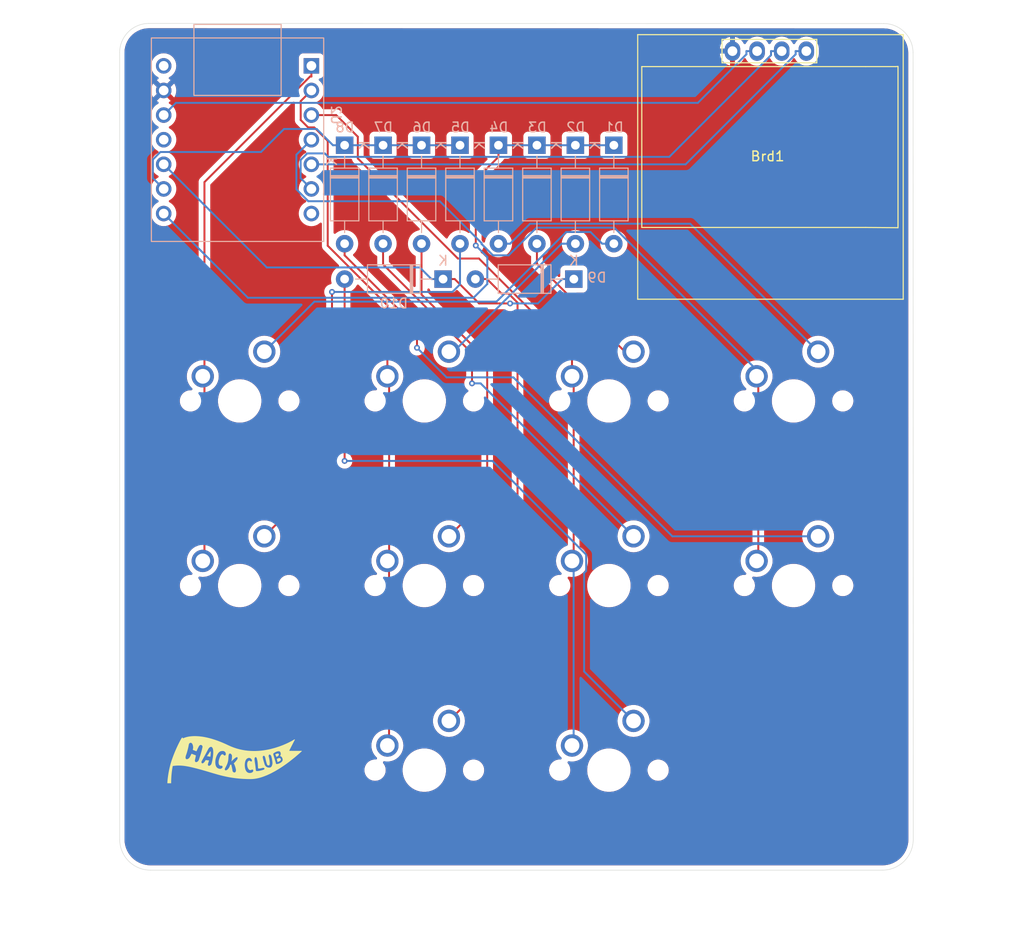
<source format=kicad_pcb>
(kicad_pcb (version 20240108) (generator "pcbnew") (generator_version "8.0")
  (layers (0 "F.Cu" signal) (31 "B.Cu" signal) (34 "B.Paste" user) (35 "F.Paste" user) (36 "B.SilkS" user "B.Silkscreen") (37 "F.SilkS" user "F.Silkscreen") (38 "B.Mask" user) (39 "F.Mask" user) (44 "Edge.Cuts" user))
  (net 0 "")
  (net 1 "ROW0")
  (net 2 "Net-(D1-A)")
  (net 3 "Net-(D2-A)")
  (net 4 "Net-(D3-A)")
  (net 5 "Net-(D4-A)")
  (net 6 "Net-(D5-A)")
  (net 7 "ROW1")
  (net 8 "Net-(D6-A)")
  (net 9 "Net-(D7-A)")
  (net 10 "Net-(D8-A)")
  (net 11 "Net-(D9-A)")
  (net 12 "ROW2")
  (net 13 "Net-(D10-A)")
  (net 14 "COL0")
  (net 15 "COL1")
  (net 16 "COL2")
  (net 17 "COL3")
  (net 18 "Net-(Brd1-SCL)")
  (net 19 "GND")
  (net 20 "Net-(Brd1-SDA)")
  (net 21 "SCR3V3")
  (net 24 "+5V")
  (footprint "MX_Solderable:MX-Solderable-1U" (layer "F.Cu") (at 155.9243 108.8072)
    (property "Reference" "SW7")
    (property "Value" "SW_Push_45deg")
  )
  (footprint "MX_Solderable:MX-Solderable-1U" (layer "F.Cu") (at 155.9243 89.7572)
    (property "Reference" "SW3")
    (property "Value" "SW_Push_45deg")
  )
  (footprint "SSD1306:128x64OLED" (layer "F.Cu") (at 172.293 64.262)
    (property "Reference" "Brd1")
    (property "Value" "SSD1306")
  )
  (footprint "MX_Solderable:MX-Solderable-1U" (layer "F.Cu") (at 136.8743 108.8072)
    (property "Reference" "SW6")
    (property "Value" "SW_Push_45deg")
  )
  (footprint "MX_Solderable:MX-Solderable-1U" (layer "F.Cu") (at 174.9743 89.7572)
    (property "Reference" "SW4")
    (property "Value" "SW_Push_45deg")
  )
  (footprint "MX_Solderable:MX-Solderable-1U" (layer "F.Cu") (at 117.8243 108.8072)
    (property "Reference" "SW5")
    (property "Value" "SW_Push_45deg")
  )
  (footprint "MX_Solderable:MX-Solderable-1U" (layer "F.Cu") (at 155.9243 127.8572)
    (property "Reference" "SW10")
    (property "Value" "SW_Push_45deg")
  )
  (footprint "MX_Solderable:MX-Solderable-1U" (layer "F.Cu") (at 136.8743 127.8572)
    (property "Reference" "SW9")
    (property "Value" "SW_Push_45deg")
  )
  (footprint "MX_Solderable:MX-Solderable-1U" (layer "F.Cu") (at 117.8243 89.7572)
    (property "Reference" "SW1")
    (property "Value" "SW_Push_45deg")
  )
  (footprint "MX_Solderable:MX-Solderable-1U" (layer "F.Cu") (at 136.8743 89.7572)
    (property "Reference" "SW2")
    (property "Value" "SW_Push_45deg")
  )
  (footprint "MX_Solderable:MX-Solderable-1U" (layer "F.Cu") (at 174.9743 108.8072)
    (property "Reference" "SW8")
    (property "Value" "SW_Push_45deg")
  )
  (footprint "Diode_THT:D_A-405_P10.16mm_Horizontal" (layer "B.Cu") (at 152.3047 77.1842 180)
    (property "Reference" "D9")
    (property "Value" "D" (hide yes))
  )
  (footprint "Diode_THT:D_A-405_P10.16mm_Horizontal" (layer "B.Cu") (at 136.5885 63.373 -90)
    (property "Reference" "D6")
    (property "Value" "D" (hide yes))
  )
  (footprint "Diode_THT:D_A-405_P10.16mm_Horizontal" (layer "B.Cu") (at 138.811 77.1842 180)
    (property "Reference" "D10")
    (property "Value" "D" (hide yes))
  )
  (footprint "Diode_THT:D_A-405_P10.16mm_Horizontal" (layer "B.Cu") (at 148.4947 63.373 -90)
    (property "Reference" "D3")
    (property "Value" "D" (hide yes))
  )
  (footprint "Diode_THT:D_A-405_P10.16mm_Horizontal" (layer "B.Cu") (at 144.526 63.373 -90)
    (property "Reference" "D4")
    (property "Value" "D" (hide yes))
  )
  (footprint "Diode_THT:D_A-405_P10.16mm_Horizontal" (layer "B.Cu") (at 156.4322 63.373 -90)
    (property "Reference" "D1")
    (property "Value" "D" (hide yes))
  )
  (footprint "Diode_THT:D_A-405_P10.16mm_Horizontal" (layer "B.Cu") (at 152.4635 63.373 -90)
    (property "Reference" "D2")
    (property "Value" "D" (hide yes))
  )
  (footprint "Diode_THT:D_A-405_P10.16mm_Horizontal" (layer "B.Cu") (at 132.6197 63.373 -90)
    (property "Reference" "D7")
    (property "Value" "D" (hide yes))
  )
  (footprint "XIAO_PCB:MOUDLE14P-2.54-21X17.8MM" (layer "B.Cu") (at 117.602 62.803 90)
    (property "Reference" "U2")
    (property "Value" "MOUDLE-SEEEDUINO-XIAO")
  )
  (footprint "Diode_THT:D_A-405_P10.16mm_Horizontal" (layer "B.Cu") (at 140.5572 63.373 -90)
    (property "Reference" "D5")
    (property "Value" "D" (hide yes))
  )
  (footprint "Diode_THT:D_A-405_P10.16mm_Horizontal" (layer "B.Cu") (at 128.651 63.373 -90)
    (property "Reference" "D8")
    (property "Value" "D" (hide yes))
  )
  (gr_poly (pts (xy 121.919431 126.6092) (xy 121.930843 126.609834) (xy 121.94208 126.611128) (xy 121.953111 126.613122) (xy 121.958538 126.614393) (xy 121.963902 126.615854) (xy 121.969198 126.617509) (xy 121.974422 126.619364) (xy 121.97957 126.621422) (xy 121.984638 126.623689) (xy 121.989623 126.62617) (xy 121.99452 126.628869) (xy 121.999324 126.631791) (xy 122.004033 126.634942) (xy 122.008642 126.638326) (xy 122.013147 126.641947) (xy 122.017544 126.645812) (xy 122.021828 126.649924) (xy 122.025997 126.654288) (xy 122.030046 126.658909) (xy 122.033971 126.663793) (xy 122.037768 126.668943) (xy 122.041432 126.674365) (xy 122.044961 126.680064) (xy 122.048349 126.686044) (xy 122.051594 126.69231) (xy 122.05469 126.698868) (xy 122.057634 126.705721) (xy 122.064515 126.725705) (xy 122.068601 126.744915) (xy 122.070063 126.763365) (xy 122.069069 126.781068) (xy 122.065789 126.798039) (xy 122.060392 126.814289) (xy 122.053046 126.829833) (xy 122.043922 126.844685) (xy 122.033189 126.858856) (xy 122.021016 126.872362) (xy 122.007571 126.885215) (xy 121.993025 126.897429) (xy 121.977547 126.909017) (xy 121.961305 126.919992) (xy 121.927209 126.94016) (xy 121.892092 126.958039) (xy 121.857307 126.973737) (xy 121.79415 126.999018) (xy 121.748571 127.016863) (xy 121.735757 127.023265) (xy 121.732437 127.025883) (xy 121.7314 127.02813) (xy 121.654144 126.705721) (xy 121.677158 126.691049) (xy 121.703242 126.675949) (xy 121.736659 126.658552) (xy 121.755558 126.649667) (xy 121.77562 126.641018) (xy 121.79662 126.632874) (xy 121.818335 126.625506) (xy 121.840542 126.619184) (xy 121.863017 126.614177) (xy 121.885536 126.610755) (xy 121.907876 126.609189)) (stroke (width -0.000001)) (fill solid) (layer "F.SilkS"))
  (gr_poly (pts (xy 113.350517 124.345762) (xy 113.652511 124.364834) (xy 113.984571 124.40559) (xy 114.162063 124.435104) (xy 114.347297 124.471244) (xy 114.540347 124.514413) (xy 114.741288 124.565011) (xy 114.950195 124.623441) (xy 115.167144 124.690105) (xy 115.392208 124.765405) (xy 115.625463 124.849741) (xy 115.866985 124.943517) (xy 116.116846 125.047134) (xy 116.375124 125.160993) (xy 116.641892 125.285498) (xy 116.93448 125.416422) (xy 117.226743 125.529167) (xy 117.518204 125.624585) (xy 117.808386 125.703527) (xy 118.096811 125.766844) (xy 118.383001 125.815388) (xy 118.666479 125.850009) (xy 118.946768 125.871559) (xy 119.22339 125.880889) (xy 119.495868 125.878851) (xy 119.763724 125.866295) (xy 120.02648 125.844073) (xy 120.28366 125.813036) (xy 120.534785 125.774035) (xy 120.779379 125.727922) (xy 121.016963 125.675547) (xy 121.469194 125.555419) (xy 121.887659 125.42046) (xy 122.268536 125.277482) (xy 122.608007 125.133292) (xy 122.902252 124.994702) (xy 123.14745 124.868521) (xy 123.475429 124.680625) (xy 123.477223 124.679657) (xy 123.479081 124.678923) (xy 123.480993 124.678412) (xy 123.48295 124.678115) (xy 123.484941 124.678024) (xy 123.486956 124.678128) (xy 123.488987 124.678418) (xy 123.491021 124.678884) (xy 123.493051 124.679518) (xy 123.495066 124.680309) (xy 123.497056 124.681248) (xy 123.499011 124.682327) (xy 123.500921 124.683534) (xy 123.502776 124.684861) (xy 123.504567 124.686298) (xy 123.506283 124.687837) (xy 123.507915 124.689467) (xy 123.509452 124.691178) (xy 123.510886 124.692962) (xy 123.512205 124.69481) (xy 123.5134 124.696711) (xy 123.514461 124.698656) (xy 123.515379 124.700635) (xy 123.516142 124.70264) (xy 123.516742 124.704661) (xy 123.517169 124.706688) (xy 123.517412 124.708712) (xy 123.517462 124.710723) (xy 123.517308 124.712712) (xy 123.516941 124.714669) (xy 123.516352 124.716586) (xy 123.515529 124.718452) (xy 122.94714 125.824844) (xy 122.946361 125.826488) (xy 122.945704 125.828146) (xy 122.945167 125.829815) (xy 122.944746 125.831491) (xy 122.944439 125.833168) (xy 122.944245 125.834843) (xy 122.944159 125.836511) (xy 122.94418 125.838168) (xy 122.944305 125.83981) (xy 122.944532 125.841432) (xy 122.944858 125.84303) (xy 122.94528 125.844599) (xy 122.945796 125.846136) (xy 122.946403 125.847635) (xy 122.947099 125.849093) (xy 122.947881 125.850504) (xy 122.948747 125.851866) (xy 122.949694 125.853172) (xy 122.950719 125.85442) (xy 122.95182 125.855605) (xy 122.952995 125.856721) (xy 122.954241 125.857766) (xy 122.955555 125.858734) (xy 122.956935 125.859622) (xy 122.958377 125.860424) (xy 122.959881 125.861137) (xy 122.961443 125.861756) (xy 122.96306 125.862277) (xy 122.96473 125.862695) (xy 122.96645 125.863007) (xy 122.968219 125.863207) (xy 122.970032 125.863292) (xy 123.429241 125.86709) (xy 123.793941 125.867075) (xy 124.210473 125.863602) (xy 124.212687 125.863652) (xy 124.214837 125.863856) (xy 124.216918 125.864207) (xy 124.218928 125.8647) (xy 124.220862 125.865325) (xy 124.222717 125.866077) (xy 124.224488 125.866948) (xy 124.226172 125.867931) (xy 124.227766 125.86902) (xy 124.229265 125.870207) (xy 124.230665 125.871485) (xy 124.231963 125.872847) (xy 124.233155 125.874287) (xy 124.234238 125.875797) (xy 124.235207 125.87737) (xy 124.236058 125.878998) (xy 124.236789 125.880676) (xy 124.237394 125.882396) (xy 124.237871 125.884152) (xy 124.238215 125.885935) (xy 124.238423 125.887739) (xy 124.23849 125.889557) (xy 124.238414 125.891382) (xy 124.23819 125.893206) (xy 124.237815 125.895024) (xy 124.237284 125.896828) (xy 124.236595 125.89861) (xy 124.235742 125.900364) (xy 124.234723 125.902083) (xy 124.233533 125.90376) (xy 124.232169 125.905387) (xy 124.230627 125.906958) (xy 123.980903 126.135449) (xy 123.54544 126.510245) (xy 122.958644 126.976863) (xy 122.61925 127.227578) (xy 122.254925 127.480817) (xy 121.869971 127.72977) (xy 121.468689 127.967625) (xy 121.05538 128.187572) (xy 120.634344 128.382801) (xy 120.209884 128.546501) (xy 119.997713 128.6144) (xy 119.786299 128.671862) (xy 119.576179 128.718037) (xy 119.367891 128.752073) (xy 119.161972 128.773118) (xy 118.95896 128.780323) (xy 118.536645 128.774145) (xy 118.137337 128.756269) (xy 117.75915 128.72768) (xy 117.400194 128.689365) (xy 117.05858 128.64231) (xy 116.732422 128.5875) (xy 116.41983 128.525922) (xy 116.118916 128.458562) (xy 115.827792 128.386405) (xy 115.544569 128.310438) (xy 114.994275 128.151018) (xy 114.452927 127.988189) (xy 113.905419 127.829839) (xy 113.700614 127.77458) (xy 116.286717 127.77458) (xy 116.287998 127.790558) (xy 116.290966 127.805433) (xy 116.29556 127.819125) (xy 116.301719 127.831556) (xy 116.30938 127.842644) (xy 116.318482 127.852312) (xy 116.328962 127.860478) (xy 116.34076 127.867063) (xy 116.353814 127.871987) (xy 116.368061 127.875171) (xy 116.38344 127.876534) (xy 116.39989 127.875997) (xy 116.417348 127.873481) (xy 116.435752 127.868905) (xy 116.455042 127.86219) (xy 116.475156 127.853256) (xy 116.49603 127.842023) (xy 116.517605 127.828411) (xy 116.539818 127.812341) (xy 116.562607 127.793734) (xy 116.58591 127.772508) (xy 116.609667 127.748585) (xy 116.633814 127.721884) (xy 116.658291 127.692327) (xy 116.683036 127.659833) (xy 116.707986 127.624322) (xy 116.720174 127.605805) (xy 116.732402 127.584532) (xy 116.744556 127.561048) (xy 116.756522 127.535898) (xy 116.768186 127.509627) (xy 116.779434 127.48278) (xy 116.800226 127.42954) (xy 116.817985 127.380539) (xy 116.8318 127.340138) (xy 116.843947 127.302584) (xy 116.960116 127.28951) (xy 117.01378 127.536754) (xy 117.055602 127.747096) (xy 117.072894 127.845156) (xy 117.084966 127.927507) (xy 117.088174 127.944573) (xy 117.093037 127.961102) (xy 117.099442 127.977022) (xy 117.107274 127.992263) (xy 117.116419 128.006753) (xy 117.126762 128.020421) (xy 117.13819 128.033197) (xy 117.150587 128.045009) (xy 117.16384 128.055787) (xy 117.177834 128.065459) (xy 117.192455 128.073954) (xy 117.207588 128.081202) (xy 117.223119 128.087131) (xy 117.238934 128.091671) (xy 117.254919 128.09475) (xy 117.270959 128.096297) (xy 117.286939 128.096242) (xy 117.302746 128.094512) (xy 117.318265 128.091039) (xy 117.333382 128.085749) (xy 117.347983 128.078573) (xy 117.361952 128.069439) (xy 117.375176 128.058276) (xy 117.387541 128.045013) (xy 117.398931 128.02958) (xy 117.409234 128.011904) (xy 117.418333 127.991916) (xy 117.426116 127.969544) (xy 117.432468 127.944718) (xy 117.437274 127.917365) (xy 117.44042 127.887416) (xy 117.441791 127.854798) (xy 117.435922 127.806162) (xy 117.427013 127.753408) (xy 117.414987 127.696515) (xy 117.399768 127.635465) (xy 117.381278 127.570238) (xy 117.359442 127.500815) (xy 117.33418 127.427175) (xy 117.305417 127.349299) (xy 117.297573 127.328034) (xy 118.350472 127.328034) (xy 118.35109 127.391312) (xy 118.353263 127.438914) (xy 118.356577 127.485208) (xy 118.361024 127.53017) (xy 118.366595 127.573775) (xy 118.373282 127.615997) (xy 118.381077 127.656813) (xy 118.389971 127.696196) (xy 118.399957 127.734123) (xy 118.411026 127.770568) (xy 118.423169 127.805507) (xy 118.436378 127.838915) (xy 118.450646 127.870767) (xy 118.465963 127.901038) (xy 118.482322 127.929704) (xy 118.499714 127.956738) (xy 118.51813 127.982118) (xy 118.537564 128.005817) (xy 118.558005 128.027811) (xy 118.579447 128.048075) (xy 118.601881 128.066585) (xy 118.625298 128.083315) (xy 118.64969 128.098241) (xy 118.675049 128.111337) (xy 118.701366 128.122579) (xy 118.728634 128.131943) (xy 118.756844 128.139402) (xy 118.785987 128.144934) (xy 118.816056 128.148511) (xy 118.847042 128.150111) (xy 118.878937 128.149707) (xy 118.911733 128.147275) (xy 118.945421 128.142791) (xy 118.978249 128.136686) (xy 119.008535 128.129471) (xy 119.036368 128.121229) (xy 119.061842 128.112045) (xy 119.085048 128.102002) (xy 119.106078 128.091183) (xy 119.125024 128.079673) (xy 119.141978 128.067556) (xy 119.157031 128.054916) (xy 119.170277 128.041835) (xy 119.181806 128.028399) (xy 119.19171 128.01469) (xy 119.200082 128.000793) (xy 119.207014 127.986792) (xy 119.212596 127.97277) (xy 119.216922 127.958811) (xy 119.220083 127.945) (xy 119.222171 127.931419) (xy 119.223278 127.918153) (xy 119.223496 127.905285) (xy 119.222916 127.8929) (xy 119.221632 127.881081) (xy 119.219733 127.869912) (xy 119.217314 127.859477) (xy 119.214464 127.84986) (xy 119.211277 127.841144) (xy 119.207845 127.833413) (xy 119.204258 127.826752) (xy 119.20061 127.821244) (xy 119.196991 127.816972) (xy 119.193495 127.814021) (xy 119.190212 127.812475) (xy 119.185378 127.810918) (xy 119.180776 127.808963) (xy 119.171319 127.804511) (xy 119.165986 127.802338) (xy 119.159934 127.800418) (xy 119.152923 127.798912) (xy 119.144715 127.797984) (xy 119.135072 127.797795) (xy 119.123756 127.798508) (xy 119.110529 127.800285) (xy 119.095152 127.803289) (xy 119.077387 127.807682) (xy 119.056995 127.813627) (xy 119.033739 127.821285) (xy 119.007381 127.83082) (xy 118.993488 127.835723) (xy 118.979809 127.839906) (xy 118.96634 127.843361) (xy 118.953076 127.84608) (xy 118.940015 127.848056) (xy 118.927154 127.849281) (xy 118.914489 127.849748) (xy 118.902016 127.849449) (xy 118.889732 127.848377) (xy 118.877633 127.846524) (xy 118.865717 127.843883) (xy 118.85398 127.840445) (xy 118.842419 127.836205) (xy 118.831029 127.831153) (xy 118.819808 127.825283) (xy 118.808752 127.818586) (xy 118.797858 127.811057) (xy 118.787122 127.802686) (xy 118.776541 127.793466) (xy 118.766112 127.78339) (xy 118.75583 127.772451) (xy 118.745694 127.76064) (xy 118.735699 127.74795) (xy 118.725841 127.734374) (xy 118.716119 127.719904) (xy 118.706527 127.704533) (xy 118.687722 127.671056) (xy 118.669401 127.633883) (xy 118.651536 127.592953) (xy 118.640241 127.562332) (xy 118.629784 127.528704) (xy 118.62034 127.492477) (xy 118.612079 127.454057) (xy 118.605174 127.413854) (xy 118.599798 127.372273) (xy 118.596122 127.329723) (xy 118.594319 127.286612) (xy 118.59456 127.243346) (xy 118.597019 127.200334) (xy 118.601867 127.157983) (xy 118.609276 127.116701) (xy 118.619418 127.076894) (xy 118.632467 127.038972) (xy 118.640135 127.020844) (xy 118.648593 127.00334) (xy 118.657865 126.986511) (xy 118.66797 126.970408) (xy 118.67111 126.965858) (xy 118.674237 126.961513) (xy 118.67735 126.957367) (xy 118.680445 126.953414) (xy 118.68352 126.949648) (xy 118.686573 126.946063) (xy 118.692603 126.939413) (xy 118.698514 126.933416) (xy 118.704288 126.928024) (xy 118.709904 126.923189) (xy 118.715343 126.918863) (xy 118.720586 126.914999) (xy 118.725612 126.91155) (xy 118.730403 126.908466) (xy 118.734938 126.905701) (xy 118.750136 126.896872) (xy 118.756429 126.893268) (xy 118.762722 126.890116) (xy 118.769003 126.887396) (xy 118.775261 126.885088) (xy 118.781486 126.883172) (xy 118.787668 126.881627) (xy 118.793794 126.880435) (xy 118.799856 126.879573) (xy 118.805841 126.879023) (xy 118.811739 126.878764) (xy 118.817539 126.878777) (xy 118.823232 126.87904) (xy 118.828805 126.879534) (xy 118.834248 126.880238) (xy 118.839551 126.881133) (xy 118.844702 126.882198) (xy 118.849691 126.883413) (xy 118.854507 126.884759) (xy 118.863579 126.887759) (xy 118.87183 126.891038) (xy 118.879175 126.894434) (xy 118.885528 126.897786) (xy 118.890803 126.900933) (xy 118.894914 126.903713) (xy 118.897775 126.905967) (xy 118.91496 126.917893) (xy 118.931267 126.928194) (xy 118.946706 126.936925) (xy 118.961284 126.944142) (xy 118.975011 126.949899) (xy 118.987896 126.954254) (xy 118.999946 126.957261) (xy 119.011171 126.958976) (xy 119.021579 126.959455) (xy 119.031178 126.958754) (xy 119.039978 126.956927) (xy 119.047988 126.954031) (xy 119.055215 126.950121) (xy 119.061668 126.945253) (xy 119.067356 126.939483) (xy 119.072288 126.932865) (xy 119.076472 126.925456) (xy 119.079918 126.917312) (xy 119.082632 126.908487) (xy 119.084625 126.899038) (xy 119.085905 126.889021) (xy 119.08648 126.87849) (xy 119.08636 126.867501) (xy 119.085552 126.856111) (xy 119.084066 126.844374) (xy 119.08191 126.832346) (xy 119.079092 126.820084) (xy 119.075622 126.807642) (xy 119.071508 126.795076) (xy 119.066758 126.782441) (xy 119.061382 126.769794) (xy 119.055388 126.757191) (xy 119.041238 126.737984) (xy 119.026769 126.719897) (xy 119.013821 126.70505) (xy 119.355835 126.70505) (xy 119.356881 126.743154) (xy 119.359245 126.783987) (xy 119.367343 126.872564) (xy 119.37895 126.968228) (xy 119.39289 127.068426) (xy 119.423061 127.272213) (xy 119.436937 127.370697) (xy 119.448439 127.463504) (xy 119.4757 127.720969) (xy 119.481044 127.766554) (xy 119.486956 127.810456) (xy 119.494016 127.85559) (xy 119.502803 127.904873) (xy 119.507216 127.916946) (xy 119.515367 127.927075) (xy 119.527004 127.935358) (xy 119.541876 127.941898) (xy 119.559733 127.946794) (xy 119.580324 127.950147) (xy 119.603397 127.952056) (xy 119.628702 127.952624) (xy 119.685001 127.950133) (xy 119.747215 127.943478) (xy 119.813334 127.933463) (xy 119.881351 127.92089) (xy 120.015046 127.891286) (xy 120.132234 127.861097) (xy 120.216852 127.836749) (xy 120.252834 127.824671) (xy 120.256705 127.822769) (xy 120.261905 127.820796) (xy 120.275609 127.816164) (xy 120.283774 127.81327) (xy 120.292586 127.809833) (xy 120.301876 127.805737) (xy 120.311474 127.800864) (xy 120.32121 127.795095) (xy 120.326076 127.791838) (xy 120.330913 127.788313) (xy 120.3357 127.784506) (xy 120.340414 127.780401) (xy 120.345035 127.775985) (xy 120.349542 127.771241) (xy 120.353913 127.766156) (xy 120.358127 127.760715) (xy 120.362163 127.754904) (xy 120.366 127.748706) (xy 120.369615 127.742109) (xy 120.372989 127.735096) (xy 120.376099 127.727654) (xy 120.378925 127.719768) (xy 120.381679 127.711955) (xy 120.38336 127.704423) (xy 120.384016 127.697176) (xy 120.383695 127.690217) (xy 120.382446 127.683549) (xy 120.380316 127.677176) (xy 120.377353 127.671101) (xy 120.373607 127.665328) (xy 120.369124 127.659859) (xy 120.363952 127.654699) (xy 120.358141 127.64985) (xy 120.351738 127.645317) (xy 120.344791 127.641102) (xy 120.337348 127.637209) (xy 120.321168 127.630402) (xy 120.303583 127.624922) (xy 120.284977 127.620798) (xy 120.265735 127.618056) (xy 120.246242 127.616723) (xy 120.226883 127.616827) (xy 120.208043 127.618394) (xy 120.190107 127.621451) (xy 120.173459 127.626026) (xy 120.131984 127.638363) (xy 120.074973 127.652729) (xy 120.008273 127.667211) (xy 119.973115 127.673899) (xy 119.937727 127.6799) (xy 119.90284 127.684974) (xy 119.869183 127.688884) (xy 119.837487 127.691389) (xy 119.808484 127.692252) (xy 119.782903 127.691233) (xy 119.771624 127.689944) (xy 119.761476 127.688094) (xy 119.752548 127.685655) (xy 119.744932 127.682596) (xy 119.73872 127.678887) (xy 119.734003 127.674499) (xy 119.726836 127.659406) (xy 119.72092 127.633817) (xy 119.716 127.598844) (xy 119.711822 127.555598) (xy 119.697422 127.322119) (xy 119.688038 127.184641) (xy 119.674479 127.045192) (xy 119.665496 126.977507) (xy 119.654703 126.912664) (xy 119.641847 126.851774) (xy 119.626671 126.795948) (xy 119.623471 126.777128) (xy 119.62011 126.759054) (xy 119.616593 126.741716) (xy 119.612926 126.725103) (xy 119.609116 126.709206) (xy 119.605169 126.694013) (xy 119.601091 126.679516) (xy 119.596889 126.665702) (xy 119.592569 126.652564) (xy 119.588138 126.640089) (xy 119.583601 126.628268) (xy 119.578964 126.617091) (xy 119.574236 126.606547) (xy 119.56942 126.596627) (xy 119.564525 126.587319) (xy 119.559556 126.578615) (xy 119.554519 126.570502) (xy 119.549421 126.562972) (xy 119.544268 126.556015) (xy 119.539067 126.549619) (xy 119.533823 126.543774) (xy 119.528543 126.538471) (xy 119.523234 126.533699) (xy 119.517901 126.529448) (xy 119.512551 126.525708) (xy 119.507191 126.522469) (xy 119.501826 126.519719) (xy 119.496463 126.51745) (xy 119.491108 126.51565) (xy 119.485767 126.51431) (xy 119.480448 126.513419) (xy 119.475155 126.512968) (xy 119.469198 126.512974) (xy 119.463293 126.513516) (xy 119.457449 126.514579) (xy 119.451675 126.516148) (xy 119.445981 126.518208) (xy 119.440376 126.520745) (xy 119.434868 126.523742) (xy 119.429468 126.527186) (xy 119.424184 126.531062) (xy 119.419025 126.535355) (xy 119.409121 126.54513) (xy 119.399828 126.556393) (xy 119.391221 126.569025) (xy 119.383372 126.582906) (xy 119.376355 126.597917) (xy 119.370244 126.61394) (xy 119.365111 126.630855) (xy 119.36103 126.648542) (xy 119.358075 126.666883) (xy 119.356319 126.685759) (xy 119.355835 126.70505) (xy 119.013821 126.70505) (xy 119.011986 126.702945) (xy 118.996891 126.687141) (xy 118.981489 126.672499) (xy 118.965784 126.659035) (xy 118.94978 126.646762) (xy 118.93348 126.635695) (xy 118.916889 126.625849) (xy 118.900011 126.617237) (xy 118.882849 126.609873) (xy 118.865407 126.603773) (xy 118.84769 126.59895) (xy 118.829701 126.59542) (xy 118.811444 126.593195) (xy 118.792924 126.592291) (xy 118.778339 126.592511) (xy 118.7636 126.593545) (xy 118.748707 126.5954) (xy 118.733663 126.598084) (xy 118.718469 126.601602) (xy 118.703127 126.605962) (xy 118.68764 126.611169) (xy 118.672008 126.617232) (xy 118.656234 126.624155) (xy 118.640319 126.631947) (xy 118.624266 126.640613) (xy 118.608076 126.650161) (xy 118.591751 126.660597) (xy 118.575292 126.671927) (xy 118.558702 126.684158) (xy 118.541983 126.697298) (xy 118.519566 126.721308) (xy 118.498272 126.747828) (xy 118.47816 126.776875) (xy 118.459289 126.808463) (xy 118.441718 126.842607) (xy 118.425505 126.879323) (xy 118.410711 126.918627) (xy 118.397394 126.960533) (xy 118.385612 127.005057) (xy 118.375425 127.052214) (xy 118.366891 127.102019) (xy 118.36007 127.154489) (xy 118.35502 127.209638) (xy 118.351801 127.267481) (xy 118.350472 127.328034) (xy 117.297573 127.328034) (xy 117.296295 127.324571) (xy 117.28586 127.298796) (xy 117.272367 127.268646) (xy 117.264676 127.253) (xy 117.256462 127.237545) (xy 117.247807 127.222707) (xy 117.23879 127.208916) (xy 117.229492 127.196599) (xy 117.224763 127.191127) (xy 117.219994 127.186184) (xy 117.215196 127.181824) (xy 117.210377 127.178099) (xy 117.205549 127.175064) (xy 117.200721 127.172773) (xy 117.258292 127.113864) (xy 117.318036 127.050511) (xy 117.387558 126.9737) (xy 117.458711 126.890286) (xy 117.492353 126.848245) (xy 117.523348 126.807124) (xy 117.550677 126.76778) (xy 117.573323 126.73107) (xy 117.590266 126.697851) (xy 117.596282 126.682818) (xy 117.60049 126.668979) (xy 117.606086 126.641916) (xy 117.609101 126.616344) (xy 117.609364 126.592698) (xy 117.60841 126.581735) (xy 117.606705 126.571417) (xy 117.604226 126.5618) (xy 117.600954 126.552938) (xy 117.596866 126.544885) (xy 117.591941 126.537697) (xy 117.586159 126.531427) (xy 117.579498 126.526132) (xy 117.571936 126.521864) (xy 117.563452 126.518679) (xy 117.554026 126.516632) (xy 117.543636 126.515777) (xy 117.53226 126.516168) (xy 117.519878 126.517861) (xy 117.506469 126.52091) (xy 117.49201 126.52537) (xy 117.476481 126.531295) (xy 117.459861 126.53874) (xy 117.442127 126.547759) (xy 117.42326 126.558408) (xy 117.403238 126.570741) (xy 117.38204 126.584812) (xy 117.359644 126.600676) (xy 117.336029 126.618388) (xy 117.311173 126.638002) (xy 117.285057 126.659574) (xy 117.259037 126.681668) (xy 117.234456 126.702819) (xy 117.211271 126.723043) (xy 117.189445 126.742356) (xy 117.168936 126.760773) (xy 117.149704 126.77831) (xy 117.131709 126.794984) (xy 117.114911 126.810809) (xy 117.09927 126.825803) (xy 117.084746 126.83998) (xy 117.071299 126.853357) (xy 117.058888 126.865949) (xy 117.047474 126.877772) (xy 117.037016 126.888843) (xy 117.027475 126.899176) (xy 117.018809 126.908789) (xy 117.003946 126.925913) (xy 116.992106 126.940343) (xy 116.982968 126.952205) (xy 116.976211 126.961626) (xy 116.971514 126.968733) (xy 116.968556 126.973652) (xy 116.966575 126.977436) (xy 116.977072 126.92642) (xy 116.987688 126.86928) (xy 116.999656 126.796945) (xy 117.011307 126.713832) (xy 117.02097 126.624363) (xy 117.024535 126.578626) (xy 117.026977 126.532956) (xy 117.027679 126.504436) (xy 120.202575 126.504436) (xy 120.20266 126.517154) (xy 120.203638 126.530228) (xy 120.210705 126.58311) (xy 120.220886 126.63839) (xy 120.23492 126.6999) (xy 120.253547 126.771468) (xy 120.30753 126.960103) (xy 120.388743 127.234939) (xy 120.402021 127.272679) (xy 120.41664 127.307748) (xy 120.432494 127.34024) (xy 120.449476 127.370251) (xy 120.467479 127.397874) (xy 120.486398 127.423204) (xy 120.506124 127.446337) (xy 120.526552 127.467366) (xy 120.547575 127.486386) (xy 120.569085 127.503493) (xy 120.590978 127.51878) (xy 120.613144 127.532342) (xy 120.635479 127.544274) (xy 120.657875 127.55467) (xy 120.680225 127.563626) (xy 120.702424 127.571235) (xy 120.724363 127.577593) (xy 120.745937 127.582793) (xy 120.787562 127.590102) (xy 120.826445 127.593919) (xy 120.861731 127.595) (xy 120.892568 127.594103) (xy 120.918102 127.591985) (xy 120.949846 127.587114) (xy 120.965958 127.582803) (xy 120.981271 127.577761) (xy 120.99581 127.572021) (xy 121.009601 127.565611) (xy 121.022669 127.558562) (xy 121.03504 127.550904) (xy 121.046739 127.542669) (xy 121.057792 127.533885) (xy 121.068224 127.524584) (xy 121.078061 127.514795) (xy 121.087328 127.504549) (xy 121.09605 127.493877) (xy 121.111963 127.471373) (xy 121.126003 127.447525) (xy 121.138375 127.422577) (xy 121.149281 127.396769) (xy 121.158926 127.370346) (xy 121.167514 127.343549) (xy 121.18233 127.289803) (xy 121.19536 127.237472) (xy 121.200795 127.20777) (xy 121.2039 127.172607) (xy 121.204835 127.132586) (xy 121.20376 127.088309) (xy 121.200834 127.040379) (xy 121.196218 126.989401) (xy 121.182552 126.880708) (xy 121.164041 126.767057) (xy 121.141963 126.653271) (xy 121.117594 126.544177) (xy 121.092215 126.4446) (xy 121.083288 126.421714) (xy 121.073733 126.400124) (xy 121.063614 126.379857) (xy 121.052994 126.360937) (xy 121.041937 126.343391) (xy 121.036263 126.335141) (xy 121.030504 126.327244) (xy 121.024667 126.319703) (xy 121.01876 126.312521) (xy 121.012791 126.305702) (xy 121.006768 126.299248) (xy 121.000699 126.293164) (xy 120.994591 126.287451) (xy 120.988453 126.282114) (xy 120.982292 126.277155) (xy 120.976117 126.272578) (xy 120.969935 126.268386) (xy 120.963755 126.264582) (xy 120.957583 126.261169) (xy 120.951429 126.25815) (xy 120.945299 126.255529) (xy 120.939202 126.253309) (xy 120.933146 126.251493) (xy 120.927139 126.250084) (xy 120.921188 126.249086) (xy 120.915301 126.248501) (xy 120.909487 126.248333) (xy 120.900605 126.248907) (xy 120.891947 126.25051) (xy 120.883543 126.253153) (xy 120.875423 126.256848) (xy 120.867616 126.261607) (xy 120.860151 126.267442) (xy 120.853059 126.274366) (xy 120.846369 126.282388) (xy 120.840111 126.291523) (xy 120.834315 126.301782) (xy 120.829009 126.313176) (xy 120.824225 126.325718) (xy 120.81999 126.33942) (xy 120.816336 126.354293) (xy 120.813292 126.370349) (xy 120.810888 126.387601) (xy 120.810975 126.400001) (xy 120.811825 126.412964) (xy 120.813378 126.426497) (xy 120.815577 126.440603) (xy 120.821684 126.470558) (xy 120.829685 126.502868) (xy 120.849523 126.574718) (xy 120.860437 126.614337) (xy 120.871401 126.656473) (xy 120.886786 126.749417) (xy 120.901401 126.845128) (xy 120.913833 126.940791) (xy 120.918789 126.987725) (xy 120.92267 127.033593) (xy 120.925299 127.078041) (xy 120.9265 127.120718) (xy 120.926096 127.161273) (xy 120.923911 127.199353) (xy 120.919768 127.234607) (xy 120.913491 127.266684) (xy 120.904904 127.29523) (xy 120.899688 127.30807) (xy 120.893828 127.319895) (xy 120.888407 127.327093) (xy 120.882641 127.333735) (xy 120.876552 127.339828) (xy 120.870164 127.345374) (xy 120.863499 127.35038) (xy 120.856579 127.354848) (xy 120.849428 127.358784) (xy 120.842067 127.362192) (xy 120.834521 127.365076) (xy 120.82681 127.36744) (xy 120.818958 127.36929) (xy 120.810988 127.37063) (xy 120.802922 127.371464) (xy 120.794783 127.371796) (xy 120.786594 127.371631) (xy 120.778376 127.370973) (xy 120.770154 127.369827) (xy 120.761949 127.368197) (xy 120.753784 127.366088) (xy 120.745681 127.363503) (xy 120.737664 127.360449) (xy 120.729756 127.356928) (xy 120.721978 127.352945) (xy 120.714353 127.348505) (xy 120.706904 127.343612) (xy 120.699654 127.338271) (xy 120.692626 127.332486) (xy 120.685841 127.326261) (xy 120.679323 127.319601) (xy 120.673094 127.31251) (xy 120.667177 127.304993) (xy 120.661595 127.297054) (xy 120.642221 127.253507) (xy 120.623529 127.204035) (xy 120.60549 127.149645) (xy 120.588074 127.091349) (xy 120.554997 126.96707) (xy 120.524065 126.83927) (xy 120.495044 126.716022) (xy 120.4677 126.605398) (xy 120.454585 126.557343) (xy 120.441801 126.515472) (xy 120.42932 126.480793) (xy 120.417113 126.454315) (xy 120.408994 126.440791) (xy 120.400569 126.428627) (xy 120.391876 126.417791) (xy 120.382957 126.408248) (xy 120.373851 126.399965) (xy 120.364599 126.39291) (xy 120.35524 126.387047) (xy 120.345814 126.382344) (xy 120.336362 126.378768) (xy 120.326923 126.376284) (xy 120.317538 126.374859) (xy 120.308246 126.374459) (xy 120.299087 126.375052) (xy 120.290102 126.376603) (xy 120.28133 126.37908) (xy 120.272812 126.382447) (xy 120.264587 126.386673) (xy 120.256696 126.391724) (xy 120.249178 126.397565) (xy 120.242073 126.404164) (xy 120.235423 126.411486) (xy 120.229265 126.419499) (xy 120.223642 126.428169) (xy 120.218591 126.437463) (xy 120.214155 126.447346) (xy 120.210371 126.457785) (xy 120.207282 126.468747) (xy 120.204926 126.480199) (xy 120.203344 126.492106) (xy 120.202575 126.504436) (xy 117.027679 126.504436) (xy 117.028087 126.487908) (xy 117.027656 126.444031) (xy 117.028846 126.428451) (xy 117.029237 126.413073) (xy 117.02886 126.397917) (xy 117.027745 126.383003) (xy 117.025921 126.368349) (xy 117.023417 126.353976) (xy 117.020264 126.339903) (xy 117.016491 126.326149) (xy 117.012128 126.312734) (xy 117.007204 126.299677) (xy 117.001749 126.286999) (xy 116.995793 126.274717) (xy 116.989365 126.262852) (xy 116.982495 126.251424) (xy 116.975212 126.240451) (xy 116.967547 126.229953) (xy 116.959528 126.21995) (xy 116.951186 126.210461) (xy 116.94255 126.201505) (xy 116.937599 126.196831) (xy 121.287285 126.196831) (xy 121.287398 126.202242) (xy 121.288276 126.212887) (xy 121.289793 126.223317) (xy 121.291672 126.233555) (xy 121.295406 126.253552) (xy 121.43094 126.697177) (xy 121.524839 127.017555) (xy 121.556296 127.134092) (xy 121.565398 127.172911) (xy 121.569033 127.19551) (xy 121.569822 127.1989) (xy 121.571228 127.202073) (xy 121.573228 127.205033) (xy 121.575803 127.207779) (xy 121.578932 127.210314) (xy 121.582592 127.212637) (xy 121.591423 127.216657) (xy 121.602127 127.219848) (xy 121.614537 127.222219) (xy 121.628482 127.223781) (xy 121.643793 127.224542) (xy 121.660301 127.224512) (xy 121.677838 127.2237) (xy 121.696233 127.222117) (xy 121.715317 127.219771) (xy 121.734923 127.216672) (xy 121.754879 127.212829) (xy 121.775017 127.208253) (xy 121.795169 127.202952) (xy 121.853103 127.182358) (xy 121.907515 127.160317) (xy 121.958331 127.136909) (xy 121.982368 127.124717) (xy 122.005478 127.112213) (xy 122.027652 127.099408) (xy 122.048881 127.08631) (xy 122.069156 127.072931) (xy 122.088467 127.059279) (xy 122.106805 127.045365) (xy 122.124161 127.0312) (xy 122.140526 127.016792) (xy 122.15589 127.002152) (xy 122.170244 126.98729) (xy 122.183579 126.972216) (xy 122.195886 126.956939) (xy 122.207155 126.94147) (xy 122.217377 126.925819) (xy 122.226543 126.909996) (xy 122.234644 126.89401) (xy 122.24167 126.877872) (xy 122.247613 126.861592) (xy 122.252462 126.845179) (xy 122.256209 126.828643) (xy 122.258845 126.811995) (xy 122.260359 126.795245) (xy 122.260744 126.778402) (xy 122.259989 126.761477) (xy 122.258086 126.744478) (xy 122.252252 126.710939) (xy 122.244707 126.678525) (xy 122.240311 126.662778) (xy 122.235509 126.647357) (xy 122.230306 126.632277) (xy 122.224711 126.617553) (xy 122.218731 126.6032) (xy 122.212371 126.589234) (xy 122.20564 126.575669) (xy 122.198544 126.56252) (xy 122.191091 126.549803) (xy 122.183286 126.537531) (xy 122.175138 126.525721) (xy 122.166653 126.514387) (xy 122.157838 126.503544) (xy 122.1487 126.493207) (xy 122.139246 126.483391) (xy 122.129483 126.474111) (xy 122.119418 126.465383) (xy 122.109058 126.45722) (xy 122.09841 126.449639) (xy 122.087481 126.442654) (xy 122.076278 126.436279) (xy 122.064807 126.430531) (xy 122.053076 126.425424) (xy 122.041093 126.420973) (xy 122.028862 126.417193) (xy 122.016393 126.414099) (xy 122.003691 126.411706) (xy 121.990764 126.410028) (xy 121.997689 126.395474) (xy 122.005316 126.378412) (xy 122.014803 126.35583) (xy 122.025465 126.328484) (xy 122.036615 126.297125) (xy 122.047567 126.262509) (xy 122.052754 126.244215) (xy 122.057634 126.225388) (xy 122.059453 126.214374) (xy 122.060849 126.203269) (xy 122.06183 126.192092) (xy 122.062403 126.180861) (xy 122.062578 126.169598) (xy 122.062363 126.15832) (xy 122.061765 126.147047) (xy 122.060794 126.135798) (xy 122.057763 126.113451) (xy 122.053336 126.091432) (xy 122.04758 126.069896) (xy 122.040561 126.048997) (xy 122.032344 126.028889) (xy 122.022998 126.009726) (xy 122.012587 125.991663) (xy 122.007003 125.983092) (xy 122.001178 125.974853) (xy 121.99512 125.966967) (xy 121.988838 125.959452) (xy 121.982339 125.952327) (xy 121.975632 125.945612) (xy 121.968726 125.939327) (xy 121.961628 125.933489) (xy 121.954347 125.928119) (xy 121.946891 125.923237) (xy 121.940422 125.920983) (xy 121.933896 125.918873) (xy 121.927313 125.916907) (xy 121.920672 125.915085) (xy 121.913972 125.913406) (xy 121.907214 125.911871) (xy 121.89352 125.90923) (xy 121.879585 125.907161) (xy 121.865406 125.905663) (xy 121.85098 125.904735) (xy 121.836304 125.904375) (xy 121.81381 125.904898) (xy 121.790732 125.906697) (xy 121.767055 125.909769) (xy 121.742768 125.91411) (xy 121.717858 125.919716) (xy 121.692313 125.926585) (xy 121.66612 125.934714) (xy 121.639267 125.944098) (xy 121.611741 125.954736) (xy 121.583529 125.966623) (xy 121.55462 125.979756) (xy 121.525001 125.994132) (xy 121.494659 126.009748) (xy 121.463582 126.026601) (xy 121.431758 126.044687) (xy 121.399173 126.064003) (xy 121.386474 126.07137) (xy 121.374732 126.078614) (xy 121.363911 126.085737) (xy 121.353978 126.092744) (xy 121.344897 126.099636) (xy 121.336634 126.106417) (xy 121.329154 126.113089) (xy 121.322423 126.119656) (xy 121.316406 126.126122) (xy 121.311069 126.132488) (xy 121.306376 126.138757) (xy 121.302293 126.144934) (xy 121.298786 126.151021) (xy 121.295819 126.15702) (xy 121.293359 126.162936) (xy 121.29137 126.16877) (xy 121.289818 126.174526) (xy 121.288668 126.180207) (xy 121.287886 126.185817) (xy 121.287436 126.191357) (xy 121.287285 126.196831) (xy 116.937599 126.196831) (xy 116.93365 126.193103) (xy 116.924515 126.185273) (xy 116.915175 126.178035) (xy 116.90566 126.171409) (xy 116.895999 126.165413) (xy 116.886222 126.160068) (xy 116.876358 126.155393) (xy 116.866438 126.151407) (xy 116.856491 126.14813) (xy 116.846546 126.145581) (xy 116.836634 126.14378) (xy 116.826783 126.142746) (xy 116.817023 126.142499) (xy 116.817023 126.1425) (xy 116.808256 126.142975) (xy 116.79961 126.144132) (xy 116.79111 126.145984) (xy 116.782777 126.148547) (xy 116.774632 126.151836) (xy 116.7667 126.155864) (xy 116.76282 126.15816) (xy 116.759001 126.160646) (xy 116.755246 126.163324) (xy 116.751558 126.166196) (xy 116.74794 126.169265) (xy 116.744394 126.17253) (xy 116.740923 126.175995) (xy 116.73753 126.179662) (xy 116.734217 126.183531) (xy 116.730988 126.187605) (xy 116.724792 126.196376) (xy 116.718964 126.205987) (xy 116.713524 126.216454) (xy 116.708497 126.227791) (xy 116.703904 126.240013) (xy 116.689896 126.289576) (xy 116.679681 126.339774) (xy 116.672502 126.390915) (xy 116.667599 126.443306) (xy 116.655586 126.671523) (xy 116.65069 126.734776) (xy 116.64352 126.801123) (xy 116.633317 126.870872) (xy 116.619324 126.94433) (xy 116.600781 127.021804) (xy 116.57693 127.103602) (xy 116.547014 127.19003) (xy 116.510272 127.281397) (xy 116.499808 127.305465) (xy 116.487867 127.331493) (xy 116.460641 127.387703) (xy 116.430769 127.446575) (xy 116.40043 127.504656) (xy 116.317933 127.66003) (xy 116.307791 127.680948) (xy 116.299707 127.701241) (xy 116.293619 127.720831) (xy 116.289466 127.739637) (xy 116.287186 127.75758) (xy 116.286717 127.77458) (xy 113.700614 127.77458) (xy 113.391921 127.691292) (xy 112.938274 127.578036) (xy 112.730424 127.530949) (xy 112.533374 127.490253) (xy 112.345735 127.455971) (xy 112.166121 127.428125) (xy 111.993143 127.40674) (xy 111.825413 127.391837) (xy 111.661544 127.383439) (xy 111.500149 127.38157) (xy 111.33984 127.386253) (xy 111.179228 127.397509) (xy 111.016927 127.415363) (xy 110.851548 127.439836) (xy 110.849752 127.440075) (xy 110.847978 127.440194) (xy 110.846227 127.440198) (xy 110.844504 127.440088) (xy 110.842813 127.43987) (xy 110.841155 127.439547) (xy 110.839536 127.439123) (xy 110.837958 127.438601) (xy 110.836425 127.437985) (xy 110.834941 127.437279) (xy 110.833507 127.436486) (xy 110.832129 127.43561) (xy 110.830809 127.434656) (xy 110.829551 127.433626) (xy 110.828358 127.432524) (xy 110.827234 127.431354) (xy 110.826182 127.43012) (xy 110.825206 127.428825) (xy 110.824308 127.427473) (xy 110.823493 127.426068) (xy 110.822763 127.424614) (xy 110.822122 127.423113) (xy 110.821574 127.421571) (xy 110.821122 127.41999) (xy 110.82077 127.418374) (xy 110.82052 127.416727) (xy 110.820376 127.415053) (xy 110.820342 127.413356) (xy 110.820421 127.411638) (xy 110.820616 127.409904) (xy 110.820931 127.408157) (xy 110.821369 127.406402) (xy 111.064619 126.552189) (xy 112.238525 126.552189) (xy 112.239973 126.585504) (xy 112.244399 126.614961) (xy 112.25159 126.640677) (xy 112.261337 126.66277) (xy 112.273426 126.681357) (xy 112.287646 126.696556) (xy 112.303786 126.708484) (xy 112.321634 126.717258) (xy 112.340979 126.722996) (xy 112.361608 126.725815) (xy 112.38331 126.725832) (xy 112.405874 126.723166) (xy 112.429087 126.717933) (xy 112.452739 126.710251) (xy 112.476618 126.700237) (xy 112.500511 126.688008) (xy 112.524208 126.673683) (xy 112.547496 126.657378) (xy 112.570165 126.63921) (xy 112.592002 126.619298) (xy 112.612796 126.597758) (xy 112.632335 126.574708) (xy 112.650408 126.550265) (xy 112.666802 126.524547) (xy 112.681307 126.497672) (xy 112.74432 126.376942) (xy 112.799796 126.268781) (xy 112.85432 126.161) (xy 113.30592 126.334116) (xy 113.283093 126.458209) (xy 113.259557 126.579412) (xy 113.232385 126.709907) (xy 113.220686 126.749839) (xy 113.212085 126.786915) (xy 113.206425 126.821177) (xy 113.203551 126.852663) (xy 113.203305 126.881415) (xy 113.205531 126.907474) (xy 113.210072 126.930879) (xy 113.216773 126.951671) (xy 113.225477 126.969892) (xy 113.236026 126.985581) (xy 113.248265 126.998778) (xy 113.262038 127.009525) (xy 113.277187 127.017862) (xy 113.293556 127.023829) (xy 113.310989 127.027468) (xy 113.329329 127.028817) (xy 113.34842 127.027919) (xy 113.368105 127.024813) (xy 113.371873 127.023825) (xy 113.879163 127.023825) (xy 113.879246 127.042656) (xy 113.881187 127.060463) (xy 113.884916 127.077105) (xy 113.890366 127.092441) (xy 113.89747 127.106333) (xy 113.906161 127.118639) (xy 113.91637 127.12922) (xy 113.928029 127.137934) (xy 113.941072 127.144642) (xy 113.955431 127.149204) (xy 113.971038 127.151478) (xy 113.987825 127.151326) (xy 114.005724 127.148606) (xy 114.024669 127.143178) (xy 114.044591 127.134903) (xy 114.065423 127.123639) (xy 114.087098 127.109247) (xy 114.109547 127.091586) (xy 114.132702 127.070516) (xy 114.156498 127.045897) (xy 114.180865 127.017588) (xy 114.205736 126.98545) (xy 114.231043 126.949341) (xy 114.256719 126.909122) (xy 114.282697 126.864652) (xy 114.308908 126.815792) (xy 114.665992 126.855686) (xy 114.633653 126.952274) (xy 114.601095 127.053833) (xy 114.564603 127.173858) (xy 114.55588 127.198912) (xy 114.549296 127.222627) (xy 114.54476 127.244988) (xy 114.54218 127.265981) (xy 114.541464 127.285592) (xy 114.542521 127.303808) (xy 114.54526 127.320615) (xy 114.54959 127.335999) (xy 114.555418 127.349946) (xy 114.562654 127.362442) (xy 114.571206 127.373474) (xy 114.580982 127.383027) (xy 114.591892 127.391088) (xy 114.603844 127.397642) (xy 114.616746 127.402677) (xy 114.630507 127.406177) (xy 114.645035 127.40813) (xy 114.66024 127.408521) (xy 114.676029 127.407337) (xy 114.692312 127.404564) (xy 114.708997 127.400187) (xy 114.725992 127.394194) (xy 114.743206 127.386569) (xy 114.760547 127.3773) (xy 114.777925 127.366373) (xy 114.795248 127.353773) (xy 114.812423 127.339487) (xy 114.829361 127.3235) (xy 114.84597 127.3058) (xy 114.862157 127.286372) (xy 114.877832 127.265202) (xy 114.892903 127.242277) (xy 114.903808 127.219049) (xy 114.918795 127.175956) (xy 114.956111 127.042969) (xy 115.307726 127.042969) (xy 115.308871 127.099294) (xy 115.312377 127.157336) (xy 115.318671 127.216289) (xy 115.328179 127.275351) (xy 115.341329 127.333719) (xy 115.358548 127.39059) (xy 115.380263 127.445159) (xy 115.391693 127.469993) (xy 115.404026 127.493281) (xy 115.417191 127.515075) (xy 115.431114 127.535425) (xy 115.445724 127.554383) (xy 115.460949 127.572) (xy 115.476716 127.588326) (xy 115.492952 127.603413) (xy 115.509586 127.617312) (xy 115.526544 127.630073) (xy 115.543756 127.641748) (xy 115.561148 127.652388) (xy 115.578649 127.662043) (xy 115.596185 127.670765) (xy 115.613684 127.678604) (xy 115.631075 127.685612) (xy 115.665242 127.697338) (xy 115.698105 127.706349) (xy 115.729088 127.713056) (xy 115.75761 127.717864) (xy 115.804962 127.723419) (xy 115.835533 127.726279) (xy 115.864442 127.716875) (xy 115.89091 127.706843) (xy 115.915026 127.69624) (xy 115.936879 127.685127) (xy 115.956559 127.673563) (xy 115.974153 127.661607) (xy 115.989752 127.649319) (xy 116.003445 127.636759) (xy 116.015321 127.623986) (xy 116.025469 127.61106) (xy 116.033978 127.598039) (xy 116.040938 127.584984) (xy 116.046437 127.571955) (xy 116.050565 127.55901) (xy 116.053411 127.546209) (xy 116.055064 127.533611) (xy 116.055614 127.521277) (xy 116.055149 127.509266) (xy 116.053758 127.497637) (xy 116.051532 127.486449) (xy 116.048559 127.475763) (xy 116.044928 127.465637) (xy 116.040728 127.456132) (xy 116.036049 127.447306) (xy 116.03098 127.43922) (xy 116.02561 127.431932) (xy 116.020028 127.425503) (xy 116.014323 127.419991) (xy 116.008585 127.415457) (xy 116.002902 127.41196) (xy 115.997364 127.409559) (xy 115.992061 127.408314) (xy 115.964713 127.407505) (xy 115.935533 127.407064) (xy 115.905026 127.405944) (xy 115.889434 127.404804) (xy 115.8737 127.403103) (xy 115.857888 127.40071) (xy 115.84206 127.397496) (xy 115.82628 127.393329) (xy 115.810612 127.388079) (xy 115.795119 127.381616) (xy 115.787457 127.377888) (xy 115.779863 127.373808) (xy 115.772344 127.36936) (xy 115.764909 127.364527) (xy 115.757564 127.359292) (xy 115.750319 127.35364) (xy 115.738567 127.343346) (xy 115.727686 127.332159) (xy 115.717649 127.32013) (xy 115.708429 127.307313) (xy 115.699998 127.293759) (xy 115.692329 127.279519) (xy 115.685396 127.264647) (xy 115.679172 127.249194) (xy 115.668738 127.216754) (xy 115.660811 127.182615) (xy 115.655175 127.147195) (xy 115.651611 127.11091) (xy 115.649902 127.074175) (xy 115.649833 127.037409) (xy 115.651185 127.001027) (xy 115.653741 126.965445) (xy 115.657284 126.931081) (xy 115.661598 126.898351) (xy 115.671667 126.83946) (xy 115.70038 126.739683) (xy 115.717572 126.684499) (xy 115.736668 126.627412) (xy 115.757678 126.569639) (xy 115.780614 126.5124) (xy 115.805485 126.456915) (xy 115.832302 126.404402) (xy 115.846444 126.379642) (xy 115.861076 126.356082) (xy 115.8762 126.333875) (xy 115.891817 126.313173) (xy 115.907928 126.294128) (xy 115.924535 126.276894) (xy 115.941638 126.261623) (xy 115.95924 126.248466) (xy 115.977342 126.237576) (xy 115.995944 126.229106) (xy 116.015049 126.223209) (xy 116.034657 126.220035) (xy 116.05477 126.219739) (xy 116.07539 126.222472) (xy 116.096516 126.228387) (xy 116.118151 126.237636) (xy 116.131164 126.253666) (xy 116.143927 126.268214) (xy 116.156432 126.28133) (xy 116.168675 126.293065) (xy 116.18065 126.303467) (xy 116.192351 126.312587) (xy 116.203773 126.320473) (xy 116.214909 126.327176) (xy 116.225754 126.332745) (xy 116.236301 126.33723) (xy 116.246546 126.34068) (xy 116.256483 126.343146) (xy 116.266105 126.344676) (xy 116.275407 126.345321) (xy 116.284384 126.345129) (xy 116.293029 126.344152) (xy 116.301336 126.342437) (xy 116.3093 126.340036) (xy 116.316916 126.336997) (xy 116.324177 126.333371) (xy 116.331077 126.329206) (xy 116.337612 126.324553) (xy 116.343774 126.319461) (xy 116.349559 126.31398) (xy 116.35496 126.30816) (xy 116.359972 126.302049) (xy 116.364589 126.295699) (xy 116.368805 126.289157) (xy 116.372614 126.282475) (xy 116.376012 126.275701) (xy 116.378991 126.268886) (xy 116.381546 126.262079) (xy 116.385269 126.250127) (xy 116.388239 126.2374) (xy 116.39044 126.223974) (xy 116.391858 126.209927) (xy 116.392478 126.195337) (xy 116.392285 126.180279) (xy 116.391264 126.164833) (xy 116.389401 126.149074) (xy 116.386681 126.13308) (xy 116.383089 126.116929) (xy 116.37861 126.100697) (xy 116.373229 126.084462) (xy 116.366932 126.068301) (xy 116.359704 126.052292) (xy 116.35153 126.036511) (xy 116.342395 126.021036) (xy 116.332285 126.005944) (xy 116.321184 125.991313) (xy 116.309078 125.977219) (xy 116.295952 125.96374) (xy 116.281792 125.950953) (xy 116.266582 125.938936) (xy 116.250308 125.927765) (xy 116.232954 125.917518) (xy 116.214507 125.908272) (xy 116.194951 125.900105) (xy 116.174271 125.893093) (xy 116.152454 125.887314) (xy 116.129483 125.882845) (xy 116.105344 125.879763) (xy 116.080023 125.878146) (xy 116.053504 125.878071) (xy 116.046229 125.878322) (xy 116.03887 125.878692) (xy 116.031425 125.879181) (xy 116.023894 125.87979) (xy 116.016276 125.880521) (xy 116.008569 125.881373) (xy 116.000773 125.882347) (xy 115.992887 125.883445) (xy 115.947871 125.88623) (xy 115.904706 125.893712) (xy 115.863364 125.905577) (xy 115.823817 125.921513) (xy 115.786038 125.941204) (xy 115.749999 125.964337) (xy 115.715673 125.990598) (xy 115.683031 126.019674) (xy 115.652047 126.05125) (xy 115.622692 126.085013) (xy 115.594939 126.120648) (xy 115.568761 126.157843) (xy 115.544128 126.196282) (xy 115.521015 126.235653) (xy 115.479235 126.315932) (xy 115.443198 126.39617) (xy 115.412684 126.473856) (xy 115.387471 126.546479) (xy 115.367339 126.611529) (xy 115.341429 126.708862) (xy 115.333186 126.74577) (xy 115.322463 126.815186) (xy 115.314184 126.892317) (xy 115.308514 126.989162) (xy 115.307726 127.042969) (xy 114.956111 127.042969) (xy 114.957414 127.038328) (xy 115.001552 126.845702) (xy 115.044 126.614387) (xy 115.062339 126.489318) (xy 115.077552 126.360692) (xy 115.088738 126.230549) (xy 115.094997 126.100927) (xy 115.095428 125.973865) (xy 115.089129 125.851401) (xy 115.0752 125.735574) (xy 115.052738 125.628422) (xy 115.044332 125.612896) (xy 115.03565 125.597416) (xy 115.026736 125.582109) (xy 115.017631 125.567101) (xy 115.008377 125.552518) (xy 114.999016 125.538485) (xy 114.989591 125.525129) (xy 114.980144 125.512575) (xy 114.970717 125.500949) (xy 114.961351 125.490377) (xy 114.95209 125.480986) (xy 114.947512 125.476772) (xy 114.942975 125.4729) (xy 114.938486 125.469386) (xy 114.934049 125.466246) (xy 114.929669 125.463495) (xy 114.925352 125.46115) (xy 114.921104 125.459225) (xy 114.916929 125.457737) (xy 114.912832 125.456701) (xy 114.90882 125.456133) (xy 114.904199 125.455673) (xy 114.899535 125.455279) (xy 114.894823 125.454964) (xy 114.890061 125.454738) (xy 114.871797 125.454697) (xy 114.852961 125.456015) (xy 114.833617 125.458863) (xy 114.813825 125.463412) (xy 114.793646 125.469832) (xy 114.773143 125.478295) (xy 114.752376 125.488971) (xy 114.731408 125.502032) (xy 114.7103 125.517648) (xy 114.699712 125.526467) (xy 114.689112 125.53599) (xy 114.678508 125.546236) (xy 114.667907 125.557229) (xy 114.657318 125.568988) (xy 114.646747 125.581536) (xy 114.636202 125.594893) (xy 114.625692 125.609082) (xy 114.615223 125.624123) (xy 114.604804 125.640037) (xy 114.594442 125.656847) (xy 114.584145 125.674574) (xy 114.563776 125.712862) (xy 114.419682 125.987585) (xy 114.242617 126.315766) (xy 114.065548 126.638575) (xy 113.921438 126.897182) (xy 113.908962 126.919214) (xy 113.898748 126.941063) (xy 113.890728 126.962589) (xy 113.884836 126.983651) (xy 113.881004 127.00411) (xy 113.879163 127.023825) (xy 113.371873 127.023825) (xy 113.388227 127.01954) (xy 113.408632 127.012141) (xy 113.42916 127.002655) (xy 113.449658 126.991124) (xy 113.469967 126.977588) (xy 113.489931 126.962088) (xy 113.509394 126.944664) (xy 113.5282 126.925356) (xy 113.546191 126.904206) (xy 113.563212 126.881253) (xy 113.579106 126.856539) (xy 113.593716 126.830103) (xy 113.606886 126.801986) (xy 113.618459 126.772229) (xy 113.789797 126.229223) (xy 113.844826 126.044475) (xy 113.896339 125.860339) (xy 113.940139 125.686919) (xy 113.972029 125.53432) (xy 113.980017 125.512189) (xy 113.985563 125.490285) (xy 113.98878 125.468713) (xy 113.989782 125.447581) (xy 113.988683 125.426992) (xy 113.985597 125.407054) (xy 113.980637 125.387872) (xy 113.973917 125.369553) (xy 113.96555 125.352202) (xy 113.955652 125.335924) (xy 113.944334 125.320827) (xy 113.931711 125.307016) (xy 113.917897 125.294596) (xy 113.903005 125.283674) (xy 113.887149 125.274356) (xy 113.870443 125.266747) (xy 113.853001 125.260954) (xy 113.834936 125.257082) (xy 113.816361 125.255238) (xy 113.797392 125.255526) (xy 113.778141 125.258054) (xy 113.758722 125.262927) (xy 113.739249 125.270251) (xy 113.719836 125.280132) (xy 113.700596 125.292676) (xy 113.681643 125.307988) (xy 113.663091 125.326175) (xy 113.645053 125.347342) (xy 113.627644 125.371596) (xy 113.610976 125.399043) (xy 113.595164 125.429787) (xy 113.580322 125.463936) (xy 113.56446 125.492207) (xy 113.547673 125.52371) (xy 113.512399 125.593624) (xy 113.47665 125.668097) (xy 113.442578 125.741546) (xy 113.388066 125.863046) (xy 113.366071 125.91347) (xy 113.179142 125.842748) (xy 113.110179 125.815686) (xy 113.049693 125.790975) (xy 113.006367 125.771668) (xy 112.993853 125.764995) (xy 112.990358 125.76257) (xy 112.988885 125.760817) (xy 112.987694 125.757085) (xy 112.986837 125.753014) (xy 112.986047 125.743904) (xy 112.986365 125.733582) (xy 112.987638 125.722148) (xy 112.989714 125.709696) (xy 112.99244 125.696325) (xy 112.999236 125.667213) (xy 113.006808 125.635587) (xy 113.013939 125.602224) (xy 113.016959 125.585133) (xy 113.019412 125.567899) (xy 113.021147 125.550619) (xy 113.02201 125.53339) (xy 113.020487 125.500612) (xy 113.018328 125.469091) (xy 113.015554 125.43881) (xy 113.012189 125.409755) (xy 113.008255 125.381909) (xy 113.003774 125.355259) (xy 112.998768 125.329788) (xy 112.99326 125.30548) (xy 112.987272 125.282322) (xy 112.980827 125.260297) (xy 112.973946 125.23939) (xy 112.966653 125.219585) (xy 112.958969 125.200868) (xy 112.950918 125.183223) (xy 112.94252 125.166635) (xy 112.933799 125.151088) (xy 112.924778 125.136567) (xy 112.915477 125.123057) (xy 112.90592 125.110542) (xy 112.89613 125.099008) (xy 112.886128 125.088438) (xy 112.875936 125.078817) (xy 112.865578 125.070131) (xy 112.855076 125.062363) (xy 112.844451 125.055499) (xy 112.833726 125.049522) (xy 112.822925 125.044419) (xy 112.812068 125.040173) (xy 112.801178 125.036769) (xy 112.790278 125.034192) (xy 112.77939 125.032426) (xy 112.768537 125.031456) (xy 112.760134 125.031243) (xy 112.751775 125.031494) (xy 112.743473 125.032203) (xy 112.735236 125.033363) (xy 112.727076 125.034966) (xy 112.719003 125.037005) (xy 112.711028 125.039473) (xy 112.70316 125.042363) (xy 112.695412 125.045667) (xy 112.687792 125.049379) (xy 112.680312 125.053491) (xy 112.672982 125.057995) (xy 112.665813 125.062885) (xy 112.658814 125.068153) (xy 112.651998 125.073793) (xy 112.645373 125.079796) (xy 112.638951 125.086156) (xy 112.632743 125.092866) (xy 112.626757 125.099918) (xy 112.621006 125.107305) (xy 112.6155 125.11502) (xy 112.610249 125.123055) (xy 112.605263 125.131404) (xy 112.600553 125.140059) (xy 112.596131 125.149013) (xy 112.592005 125.158259) (xy 112.588187 125.167789) (xy 112.584687 125.177597) (xy 112.581516 125.187674) (xy 112.578683 125.198015) (xy 112.576201 125.208611) (xy 112.574079 125.219455) (xy 112.540986 125.394647) (xy 112.518659 125.501056) (xy 112.491823 125.619336) (xy 112.459985 125.748984) (xy 112.422654 125.889496) (xy 112.379339 126.040369) (xy 112.329546 126.201101) (xy 112.304224 126.264708) (xy 112.28336 126.323636) (xy 112.266745 126.378002) (xy 112.254165 126.427923) (xy 112.24541 126.473516) (xy 112.240267 126.514899) (xy 112.238525 126.552189) (xy 111.064619 126.552189) (xy 111.166981 126.192729) (xy 111.838826 124.65458) (xy 111.839184 124.653788) (xy 111.839558 124.653017) (xy 111.839948 124.652266) (xy 111.840355 124.651536) (xy 111.840782 124.650827) (xy 111.841228 124.650137) (xy 111.841696 124.649467) (xy 111.842186 124.648817) (xy 111.842699 124.648187) (xy 111.843237 124.647575) (xy 111.8438 124.646982) (xy 111.84439 124.646409) (xy 111.845009 124.645853) (xy 111.845656 124.645316) (xy 111.846334 124.644798) (xy 111.847043 124.644297) (xy 111.886765 124.619639) (xy 111.966286 124.577705) (xy 112.086881 124.525324) (xy 112.162978 124.497351) (xy 112.249821 124.469326) (xy 112.347569 124.442105) (xy 112.456381 124.416541) (xy 112.576417 124.393488) (xy 112.707835 124.373799) (xy 112.850795 124.358328) (xy 113.005456 124.347929) (xy 113.171977 124.343456)) (stroke (width -0.000001)) (fill solid) (layer "F.SilkS"))
  (gr_poly (pts (xy 111.91875 124.501862) (xy 111.923394 124.502158) (xy 111.928182 124.502665) (xy 111.932854 124.503435) (xy 111.937158 124.504503) (xy 111.941104 124.505856) (xy 111.944704 124.507481) (xy 111.947967 124.509363) (xy 111.950905 124.511489) (xy 111.953528 124.513846) (xy 111.955846 124.51642) (xy 111.95787 124.519197) (xy 111.959611 124.522164) (xy 111.96108 124.525308) (xy 111.962286 124.528614) (xy 111.963241 124.532069) (xy 111.963955 124.53566) (xy 111.964439 124.539373) (xy 111.964703 124.543194) (xy 111.964758 124.54711) (xy 111.964615 124.551108) (xy 111.964284 124.555173) (xy 111.963775 124.559293) (xy 111.9631 124.563453) (xy 111.962269 124.567641) (xy 111.960181 124.576042) (xy 111.957596 124.58439) (xy 111.954598 124.592574) (xy 111.951273 124.600487) (xy 111.947706 124.60802) (xy 111.854017 124.805877) (xy 111.758578 125.016507) (xy 111.640245 125.288473) (xy 111.506143 125.611929) (xy 111.435406 125.789887) (xy 111.3634 125.977025) (xy 111.291015 126.172111) (xy 111.219141 126.373915) (xy 111.148671 126.581205) (xy 111.080494 126.79275) (xy 111.018151 127.006628) (xy 110.964186 127.220535) (xy 110.917999 127.432674) (xy 110.878987 127.641247) (xy 110.846551 127.844457) (xy 110.820089 128.040506) (xy 110.782682 128.403931) (xy 110.761958 128.71714) (xy 110.753109 128.965753) (xy 110.7518 129.211666) (xy 110.360262 129.211666) (xy 110.362453 129.12094) (xy 110.37489 128.945981) (xy 110.400362 128.698672) (xy 110.441661 128.390894) (xy 110.469118 128.218042) (xy 110.501578 128.03453) (xy 110.53939 127.841842) (xy 110.582903 127.641463) (xy 110.632466 127.434879) (xy 110.688428 127.223576) (xy 110.751137 127.009038) (xy 110.820943 126.79275) (xy 110.975486 126.365294) (xy 111.139571 125.95697) (xy 111.304706 125.578828) (xy 111.462399 125.24192) (xy 111.604159 124.957296) (xy 111.721494 124.736008) (xy 111.805912 124.589107) (xy 111.848921 124.527644) (xy 111.850201 124.526301) (xy 111.851794 124.524775) (xy 111.854016 124.522816) (xy 111.856864 124.520526) (xy 111.860332 124.518006) (xy 111.862298 124.516693) (xy 111.864417 124.51536) (xy 111.866689 124.514021) (xy 111.869114 124.512688) (xy 111.87169 124.511375) (xy 111.874417 124.510094) (xy 111.877296 124.508858) (xy 111.880324 124.507679) (xy 111.883503 124.50657) (xy 111.88683 124.505545) (xy 111.890306 124.504615) (xy 111.89393 124.503794) (xy 111.897701 124.503094) (xy 111.901619 124.502528) (xy 111.905684 124.502109) (xy 111.909894 124.50185) (xy 111.91425 124.501763)) (stroke (width -0.000001)) (fill solid) (layer "F.SilkS"))
  (gr_poly (pts (xy 121.771886 126.142518) (xy 121.78157 126.143425) (xy 121.786269 126.144118) (xy 121.79087 126.144977) (xy 121.795369 126.146005) (xy 121.799765 126.147208) (xy 121.804054 126.148589) (xy 121.808234 126.150153) (xy 121.812303 126.151905) (xy 121.816258 126.153847) (xy 121.820097 126.155986) (xy 121.823815 126.158324) (xy 121.827413 126.160867) (xy 121.830885 126.163619) (xy 121.834231 126.166583) (xy 121.837447 126.169765) (xy 121.840531 126.173169) (xy 121.843479 126.176798) (xy 121.846291 126.180658) (xy 121.848962 126.184753) (xy 121.851491 126.189086) (xy 121.853875 126.193663) (xy 121.856111 126.198487) (xy 121.858197 126.203564) (xy 121.86013 126.208896) (xy 121.861907 126.214489) (xy 121.863526 126.220347) (xy 121.864984 126.226474) (xy 121.86722 126.240677) (xy 121.867701 126.254642) (xy 121.866537 126.268355) (xy 121.86384 126.281802) (xy 121.859719 126.294969) (xy 121.854284 126.307842) (xy 121.847647 126.320407) (xy 121.839918 126.332649) (xy 121.831206 126.344556) (xy 121.821624 126.356114) (xy 121.81128 126.367307) (xy 121.800286 126.378123) (xy 121.788751 126.388547) (xy 121.776787 126.398565) (xy 121.752011 126.417329) (xy 121.726841 126.434304) (xy 121.702161 126.449377) (xy 121.678854 126.462437) (xy 121.657804 126.473373) (xy 121.626006 126.488425) (xy 121.613837 126.493641) (xy 121.496376 126.218567) (xy 121.629643 126.170613) (xy 121.662052 126.160262) (xy 121.677878 126.155734) (xy 121.693392 126.151736) (xy 121.70855 126.14834) (xy 121.723309 126.14562) (xy 121.737624 126.143649) (xy 121.751451 126.142499) (xy 121.76184 126.142221)) (stroke (width -0.000001)) (fill solid) (layer "F.SilkS"))
  (gr_poly (pts (xy 114.801783 125.914362) (xy 114.802806 125.914456) (xy 114.803813 125.914607) (xy 114.81082 125.917461) (xy 114.816903 125.923227) (xy 114.822106 125.931708) (xy 114.826477 125.942707) (xy 114.830061 125.956027) (xy 114.832904 125.971472) (xy 114.836552 126.007946) (xy 114.83779 126.050553) (xy 114.836987 126.09772) (xy 114.834511 126.147871) (xy 114.830731 126.19943) (xy 114.820732 126.300473) (xy 114.80994 126.388248) (xy 114.797767 126.47359) (xy 114.445748 126.413491) (xy 114.785572 125.919154) (xy 114.78685 125.918419) (xy 114.78811 125.917746) (xy 114.78935 125.917136) (xy 114.790572 125.916586) (xy 114.791775 125.916097) (xy 114.792959 125.915669) (xy 114.794125 125.915301) (xy 114.795273 125.914992) (xy 114.796402 125.914743) (xy 114.797514 125.914551) (xy 114.798607 125.914418) (xy 114.799683 125.914343) (xy 114.800742 125.914324)) (stroke (width -0.000001)) (fill solid) (layer "F.SilkS"))
  (gr_line (start 184.15 138.176099) (end 108.61675 138.176) (stroke (width 0.05)) (layer "Edge.Cuts"))
  (gr_arc (start 187.325 135.001099) (mid 186.395035 137.246134) (end 184.15 138.176099) (stroke (width 0.05)) (layer "Edge.Cuts"))
  (gr_line (start 108.458 50.803896) (end 184.286186 50.816881) (stroke (width 0.05)) (layer "Edge.Cuts"))
  (gr_arc (start 108.61675 138.176) (mid 106.371701 137.246049) (end 105.44175 135.001) (stroke (width 0.05)) (layer "Edge.Cuts"))
  (gr_arc (start 184.286186 50.816881) (mid 186.423015 51.701985) (end 187.308119 53.838814) (stroke (width 0.05)) (layer "Edge.Cuts"))
  (gr_line (start 187.308119 53.838814) (end 187.325 135.001099) (stroke (width 0.05)) (layer "Edge.Cuts"))
  (gr_line (start 105.44175 135.001) (end 105.436067 53.825829) (stroke (width 0.05)) (layer "Edge.Cuts"))
  (gr_arc (start 105.436067 53.825829) (mid 106.321171 51.689) (end 108.458 50.803896) (stroke (width 0.05)) (layer "Edge.Cuts"))
  (segment (start 142.1857 73.7199) (end 142.1857 66.915) (width 0.2) (layer "F.Cu") (net 1))
  (segment (start 144.526 63.373) (end 144.526 64.5747) (width 0.2) (layer "F.Cu") (net 1))
  (segment (start 142.1857 66.915) (end 144.526 64.5747) (width 0.2) (layer "F.Cu") (net 1))
  (via (at 142.1857 73.7199) (size 0.6) (drill 0.3) (layers "F.Cu" "B.Cu") (net 1))
  (segment (start 109.982 70.423) (end 118.6708 79.1118) (width 0.2) (layer "B.Cu") (net 1))
  (segment (start 156.4322 63.373) (end 152.4635 63.373) (width 0.2) (layer "B.Cu") (net 1))
  (segment (start 118.6708 79.1118) (end 141.9554 79.1118) (width 0.2) (layer "B.Cu") (net 1))
  (segment (start 144.526 63.373) (end 148.4947 63.373) (width 0.2) (layer "B.Cu") (net 1))
  (segment (start 152.4635 63.373) (end 148.4947 63.373) (width 0.2) (layer "B.Cu") (net 1))
  (segment (start 143.376 77.6912) (end 143.376 74.9102) (width 0.2) (layer "B.Cu") (net 1))
  (segment (start 141.9554 79.1118) (end 143.376 77.6912) (width 0.2) (layer "B.Cu") (net 1))
  (segment (start 143.376 74.9102) (end 142.1857 73.7199) (width 0.2) (layer "B.Cu") (net 1))
  (segment (start 120.3643 84.6772) (end 125.528 79.5135) (width 0.2) (layer "B.Cu") (net 2))
  (segment (start 156.4322 73.533) (end 155.2305 73.533) (width 0.2) (layer "B.Cu") (net 2))
  (segment (start 151.5091 72.3288) (end 154.0263 72.3288) (width 0.2) (layer "B.Cu") (net 2))
  (segment (start 154.0263 72.3288) (end 155.2305 73.533) (width 0.2) (layer "B.Cu") (net 2))
  (segment (start 125.528 79.5135) (end 144.3244 79.5135) (width 0.2) (layer "B.Cu") (net 2))
  (segment (start 144.3244 79.5135) (end 151.5091 72.3288) (width 0.2) (layer "B.Cu") (net 2))
  (segment (start 139.8958 84.6772) (end 139.4143 84.6772) (width 0.2) (layer "B.Cu") (net 3))
  (segment (start 151.2618 73.533) (end 151.04 73.533) (width 0.2) (layer "B.Cu") (net 3))
  (segment (start 151.04 73.533) (end 139.8958 84.6772) (width 0.2) (layer "B.Cu") (net 3))
  (segment (start 152.4635 73.533) (end 151.2618 73.533) (width 0.2) (layer "B.Cu") (net 3))
  (segment (start 158.4643 84.6772) (end 157.5699 84.6772) (width 0.2) (layer "F.Cu") (net 4))
  (segment (start 157.5699 84.6772) (end 148.4947 75.602) (width 0.2) (layer "F.Cu") (net 4))
  (segment (start 148.4947 75.602) (end 148.4947 73.533) (width 0.2) (layer "F.Cu") (net 4))
  (segment (start 147.7826 71.4781) (end 145.7277 73.533) (width 0.2) (layer "B.Cu") (net 5))
  (segment (start 144.526 73.533) (end 145.7277 73.533) (width 0.2) (layer "B.Cu") (net 5))
  (segment (start 164.3152 71.4781) (end 147.7826 71.4781) (width 0.2) (layer "B.Cu") (net 5))
  (segment (start 177.5143 84.6772) (end 164.3152 71.4781) (width 0.2) (layer "B.Cu") (net 5))
  (segment (start 120.3643 103.7272) (end 127.3494 96.7421) (width 0.2) (layer "F.Cu") (net 6))
  (segment (start 127.3494 96.7421) (end 127.3494 78.5101) (width 0.2) (layer "F.Cu") (net 6))
  (via (at 127.3494 78.5101) (size 0.6) (drill 0.3) (layers "F.Cu" "B.Cu") (net 6))
  (segment (start 140.5572 73.533) (end 140.5572 77.7294) (width 0.2) (layer "B.Cu") (net 6))
  (segment (start 140.5572 77.7294) (end 139.7765 78.5101) (width 0.2) (layer "B.Cu") (net 6))
  (segment (start 139.7765 78.5101) (end 127.3494 78.5101) (width 0.2) (layer "B.Cu") (net 6))
  (segment (start 140.5572 63.373) (end 136.5885 63.373) (width 0.2) (layer "B.Cu") (net 7))
  (segment (start 120.0226 64.073) (end 122.4022 61.6934) (width 0.2) (layer "B.Cu") (net 7))
  (segment (start 122.4022 61.6934) (end 125.7697 61.6934) (width 0.2) (layer "B.Cu") (net 7))
  (segment (start 125.7697 61.6934) (end 127.4493 63.373) (width 0.2) (layer "B.Cu") (net 7))
  (segment (start 108.8647 66.7657) (end 108.8647 64.8499) (width 0.2) (layer "B.Cu") (net 7))
  (segment (start 132.6197 63.373) (end 128.651 63.373) (width 0.2) (layer "B.Cu") (net 7))
  (segment (start 109.6416 64.073) (end 120.0226 64.073) (width 0.2) (layer "B.Cu") (net 7))
  (segment (start 109.982 67.883) (end 108.8647 66.7657) (width 0.2) (layer "B.Cu") (net 7))
  (segment (start 132.6197 63.373) (end 136.5885 63.373) (width 0.2) (layer "B.Cu") (net 7))
  (segment (start 128.651 63.373) (end 127.4493 63.373) (width 0.2) (layer "B.Cu") (net 7))
  (segment (start 108.8647 64.8499) (end 109.6416 64.073) (width 0.2) (layer "B.Cu") (net 7))
  (segment (start 136.5885 78.7833) (end 136.5885 73.533) (width 0.2) (layer "F.Cu") (net 8))
  (segment (start 139.4143 103.7272) (end 143.3645 99.777) (width 0.2) (layer "F.Cu") (net 8))
  (segment (start 143.3645 99.777) (end 143.3645 85.5593) (width 0.2) (layer "F.Cu") (net 8))
  (segment (start 143.3645 85.5593) (end 136.5885 78.7833) (width 0.2) (layer "F.Cu") (net 8))
  (segment (start 132.6197 73.533) (end 132.6197 75.6652) (width 0.2) (layer "F.Cu") (net 9))
  (segment (start 132.6197 75.6652) (end 141.798 84.8435) (width 0.2) (layer "F.Cu") (net 9))
  (segment (start 141.798 84.8435) (end 141.798 87.9452) (width 0.2) (layer "F.Cu") (net 9))
  (via (at 141.798 87.9452) (size 0.6) (drill 0.3) (layers "F.Cu" "B.Cu") (net 9))
  (segment (start 158.4643 103.7272) (end 142.6823 87.9452) (width 0.2) (layer "B.Cu") (net 9))
  (segment (start 142.6823 87.9452) (end 141.798 87.9452) (width 0.2) (layer "B.Cu") (net 9))
  (segment (start 128.651 73.533) (end 128.651 74.7347) (width 0.2) (layer "F.Cu") (net 10))
  (segment (start 136.1199 82.2036) (end 128.651 74.7347) (width 0.2) (layer "F.Cu") (net 10))
  (segment (start 136.1199 84.2726) (end 136.1199 82.2036) (width 0.2) (layer "F.Cu") (net 10))
  (via (at 136.1199 84.2726) (size 0.6) (drill 0.3) (layers "F.Cu" "B.Cu") (net 10))
  (segment (start 146.0645 87.3253) (end 162.4664 103.7272) (width 0.2) (layer "B.Cu") (net 10))
  (segment (start 162.4664 103.7272) (end 177.5143 103.7272) (width 0.2) (layer "B.Cu") (net 10))
  (segment (start 139.1726 87.3253) (end 146.0645 87.3253) (width 0.2) (layer "B.Cu") (net 10))
  (segment (start 136.1199 84.2726) (end 139.1726 87.3253) (width 0.2) (layer "B.Cu") (net 10))
  (segment (start 146.4938 79.6141) (end 146.4938 115.6977) (width 0.2) (layer "F.Cu") (net 11))
  (segment (start 142.1447 77.1842) (end 143.3464 77.1842) (width 0.2) (layer "F.Cu") (net 11))
  (segment (start 144.8265 78.6643) (end 145.544 78.6643) (width 0.2) (layer "F.Cu") (net 11))
  (segment (start 143.3464 77.1842) (end 144.8265 78.6643) (width 0.2) (layer "F.Cu") (net 11))
  (segment (start 146.4938 115.6977) (end 139.4143 122.7772) (width 0.2) (layer "F.Cu") (net 11))
  (segment (start 145.544 78.6643) (end 146.4938 79.6141) (width 0.2) (layer "F.Cu") (net 11))
  (segment (start 138.811 77.1842) (end 140.0127 77.1842) (width 0.2) (layer "F.Cu") (net 12))
  (segment (start 142.526 79.6975) (end 145.7263 79.6975) (width 0.2) (layer "F.Cu") (net 12))
  (segment (start 140.0127 77.1842) (end 142.526 79.6975) (width 0.2) (layer "F.Cu") (net 12))
  (via (at 145.7263 79.6975) (size 0.6) (drill 0.3) (layers "F.Cu" "B.Cu") (net 12))
  (segment (start 136.4076 75.9825) (end 137.6093 77.1842) (width 0.2) (layer "B.Cu") (net 12))
  (segment (start 151.103 77.1842) (end 148.5897 79.6975) (width 0.2) (layer "B.Cu") (net 12))
  (segment (start 148.5897 79.6975) (end 145.7263 79.6975) (width 0.2) (layer "B.Cu") (net 12))
  (segment (start 120.6215 75.9825) (end 136.4076 75.9825) (width 0.2) (layer "B.Cu") (net 12))
  (segment (start 109.982 65.343) (end 120.6215 75.9825) (width 0.2) (layer "B.Cu") (net 12))
  (segment (start 152.3047 77.1842) (end 151.103 77.1842) (width 0.2) (layer "B.Cu") (net 12))
  (segment (start 138.811 77.1842) (end 137.6093 77.1842) (width 0.2) (layer "B.Cu") (net 12))
  (segment (start 128.651 77.1842) (end 128.651 95.949) (width 0.2) (layer "F.Cu") (net 13))
  (via (at 128.651 95.949) (size 0.6) (drill 0.3) (layers "F.Cu" "B.Cu") (net 13))
  (segment (start 153.5756 105.6177) (end 143.9069 95.949) (width 0.2) (layer "B.Cu") (net 13))
  (segment (start 153.3643 107.5172) (end 153.5756 107.3059) (width 0.2) (layer "B.Cu") (net 13))
  (segment (start 158.4643 122.7772) (end 153.3643 117.6772) (width 0.2) (layer "B.Cu") (net 13))
  (segment (start 153.5756 107.3059) (end 153.5756 105.6177) (width 0.2) (layer "B.Cu") (net 13))
  (segment (start 143.9069 95.949) (end 128.651 95.949) (width 0.2) (layer "B.Cu") (net 13))
  (segment (start 153.3643 117.6772) (end 153.3643 107.5172) (width 0.2) (layer "B.Cu") (net 13))
  (segment (start 114.0143 87.2172) (end 114.1875 87.2172) (width 0.2) (layer "F.Cu") (net 14))
  (segment (start 114.1875 106.094) (end 114.0143 106.2672) (width 0.2) (layer "F.Cu") (net 14))
  (segment (start 114.1875 67.1815) (end 114.1875 87.2172) (width 0.2) (layer "F.Cu") (net 14))
  (segment (start 125.0843 56.2847) (end 114.1875 67.1815) (width 0.2) (layer "F.Cu") (net 14))
  (segment (start 125.222 56.2847) (end 125.0843 56.2847) (width 0.2) (layer "F.Cu") (net 14))
  (segment (start 114.1875 87.2172) (end 114.1875 106.094) (width 0.2) (layer "F.Cu") (net 14))
  (segment (start 125.222 55.183) (end 125.222 56.2847) (width 0.2) (layer "F.Cu") (net 14))
  (segment (start 125.5155 61.533) (end 126.9078 62.9253) (width 0.2) (layer "F.Cu") (net 15))
  (segment (start 133.0643 79.898) (end 133.0643 87.2172) (width 0.2) (layer "F.Cu") (net 15))
  (segment (start 126.9078 73.7415) (end 133.0643 79.898) (width 0.2) (layer "F.Cu") (net 15))
  (segment (start 133.0643 125.3172) (end 133.2375 125.144) (width 0.2) (layer "F.Cu") (net 15))
  (segment (start 133.2447 106.0868) (end 133.2447 87.3976) (width 0.2) (layer "F.Cu") (net 15))
  (segment (start 133.2447 87.3976) (end 133.0643 87.2172) (width 0.2) (layer "F.Cu") (net 15))
  (segment (start 124.8839 61.533) (end 125.5155 61.533) (width 0.2) (layer "F.Cu") (net 15))
  (segment (start 133.0643 106.2672) (end 133.2447 106.0868) (width 0.2) (layer "F.Cu") (net 15))
  (segment (start 125.222 57.723) (end 124.1188 58.8262) (width 0.2) (layer "F.Cu") (net 15))
  (segment (start 126.9078 62.9253) (end 126.9078 73.7415) (width 0.2) (layer "F.Cu") (net 15))
  (segment (start 124.1188 58.8262) (end 124.1188 60.7679) (width 0.2) (layer "F.Cu") (net 15))
  (segment (start 133.2375 106.4404) (end 133.0643 106.2672) (width 0.2) (layer "F.Cu") (net 15))
  (segment (start 124.1188 60.7679) (end 124.8839 61.533) (width 0.2) (layer "F.Cu") (net 15))
  (segment (start 133.2375 125.144) (end 133.2375 106.4404) (width 0.2) (layer "F.Cu") (net 15))
  (segment (start 152.1143 87.2172) (end 152.1143 84.6666) (width 0.2) (layer "F.Cu") (net 16))
  (segment (start 152.2875 106.094) (end 152.2875 87.3904) (width 0.2) (layer "F.Cu") (net 16))
  (segment (start 140.3409 75.0657) (end 130.0134 64.7382) (width 0.2) (layer "F.Cu") (net 16))
  (segment (start 127.7809 60.263) (end 125.222 60.263) (width 0.2) (layer "F.Cu") (net 16))
  (segment (start 152.1143 84.6666) (end 142.5134 75.0657) (width 0.2) (layer "F.Cu") (net 16))
  (segment (start 152.2875 87.3904) (end 152.1143 87.2172) (width 0.2) (layer "F.Cu") (net 16))
  (segment (start 130.0134 64.7382) (end 130.0134 62.4955) (width 0.2) (layer "F.Cu") (net 16))
  (segment (start 152.1143 106.2672) (end 152.2875 106.094) (width 0.2) (layer "F.Cu") (net 16))
  (segment (start 130.0134 62.4955) (end 127.7809 60.263) (width 0.2) (layer "F.Cu") (net 16))
  (segment (start 142.5134 75.0657) (end 140.3409 75.0657) (width 0.2) (layer "F.Cu") (net 16))
  (segment (start 152.1143 125.3172) (end 152.2833 125.1482) (width 0.2) (layer "B.Cu") (net 16))
  (segment (start 152.2833 106.4362) (end 152.1143 106.2672) (width 0.2) (layer "B.Cu") (net 16))
  (segment (start 152.2833 125.1482) (end 152.2833 106.4362) (width 0.2) (layer "B.Cu") (net 16))
  (segment (start 171.3375 87.3904) (end 171.1643 87.2172) (width 0.2) (layer "F.Cu") (net 17))
  (segment (start 171.1643 106.2672) (end 171.3375 106.094) (width 0.2) (layer "F.Cu") (net 17))
  (segment (start 171.3375 106.094) (end 171.3375 87.3904) (width 0.2) (layer "F.Cu") (net 17))
  (segment (start 123.6732 64.3518) (end 125.222 62.803) (width 0.2) (layer "B.Cu") (net 17))
  (segment (start 143.9583 74.7347) (end 142.7874 73.5638) (width 0.2) (layer "B.Cu") (net 17))
  (segment (start 123.6732 67.9234) (end 123.6732 64.3518) (width 0.2) (layer "B.Cu") (net 17))
  (segment (start 142.7874 73.5638) (end 142.7874 73.4707) (width 0.2) (layer "B.Cu") (net 17))
  (segment (start 148.4408 71.8798) (end 145.5859 74.7347) (width 0.2) (layer "B.Cu") (net 17))
  (segment (start 142.7874 73.4707) (end 138.4697 69.153) (width 0.2) (layer "B.Cu") (net 17))
  (segment (start 138.4697 69.153) (end 124.9028 69.153) (width 0.2) (layer "B.Cu") (net 17))
  (segment (start 124.9028 69.153) (end 123.6732 67.9234) (width 0.2) (layer "B.Cu") (net 17))
  (segment (start 171.1643 86.5605) (end 156.4836 71.8798) (width 0.2) (layer "B.Cu") (net 17))
  (segment (start 156.4836 71.8798) (end 148.4408 71.8798) (width 0.2) (layer "B.Cu") (net 17))
  (segment (start 145.5859 74.7347) (end 143.9583 74.7347) (width 0.2) (layer "B.Cu") (net 17))
  (segment (start 171.1643 87.2172) (end 171.1643 86.5605) (width 0.2) (layer "B.Cu") (net 17))
  (segment (start 162.1517 64.5747) (end 126.9636 64.5747) (width 0.2) (layer "B.Cu") (net 18))
  (segment (start 126.605 64.2161) (end 124.7895 64.2161) (width 0.2) (layer "B.Cu") (net 18))
  (segment (start 124.1119 66.7729) (end 125.222 67.883) (width 0.2) (layer "B.Cu") (net 18))
  (segment (start 124.1119 64.8937) (end 124.1119 66.7729) (width 0.2) (layer "B.Cu") (net 18))
  (segment (start 172.6513 53.662) (end 172.6513 54.0751) (width 0.2) (layer "B.Cu") (net 18))
  (segment (start 126.9636 64.5747) (end 126.605 64.2161) (width 0.2) (layer "B.Cu") (net 18))
  (segment (start 173.753 53.662) (end 172.6513 53.662) (width 0.2) (layer "B.Cu") (net 18))
  (segment (start 124.7895 64.2161) (end 124.1119 64.8937) (width 0.2) (layer "B.Cu") (net 18))
  (segment (start 172.6513 54.0751) (end 162.1517 64.5747) (width 0.2) (layer "B.Cu") (net 18))
  (segment (start 168.673 53.662) (end 114.043 53.662) (width 0.2) (layer "B.Cu") (net 19))
  (segment (start 114.043 53.662) (end 109.982 57.723) (width 0.2) (layer "B.Cu") (net 19))
  (segment (start 125.222 65.343) (end 163.8386 65.343) (width 0.2) (layer "B.Cu") (net 20))
  (segment (start 176.293 53.662) (end 175.1913 53.662) (width 0.2) (layer "B.Cu") (net 20))
  (segment (start 163.8386 65.343) (end 175.1913 53.9903) (width 0.2) (layer "B.Cu") (net 20))
  (segment (start 175.1913 53.9903) (end 175.1913 53.662) (width 0.2) (layer "B.Cu") (net 20))
  (segment (start 171.213 53.662) (end 170.1113 53.662) (width 0.2) (layer "B.Cu") (net 21))
  (segment (start 170.1113 53.662) (end 170.1113 53.9903) (width 0.2) (layer "B.Cu") (net 21))
  (segment (start 170.1113 53.9903) (end 165.0995 59.0021) (width 0.2) (layer "B.Cu") (net 21))
  (segment (start 111.2429 59.0021) (end 109.982 60.263) (width 0.2) (layer "B.Cu") (net 21))
  (segment (start 165.0995 59.0021) (end 111.2429 59.0021) (width 0.2) (layer "B.Cu") (net 21))
  (zone (net 19) (net_name "GND") (layers "F&B.Cu") (connect_pads (clearance 0.5)) (min_thickness 0.25) (fill yes (thermal_gap 0.5) (thermal_bridge_width 0.5))
    (polygon (pts (xy 95.377 48.387) (xy 193.421 48.514) (xy 198.755 143.891) (xy 93.091 144.145) (xy 95.504 48.387)))
  )
)
</source>
